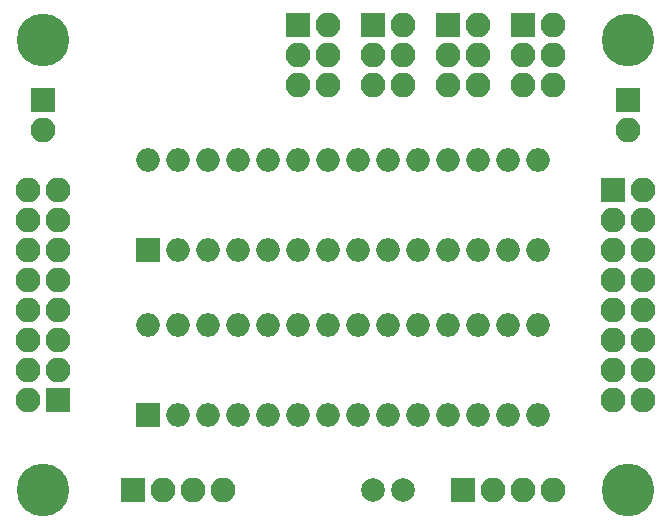
<source format=gts>
G04 #@! TF.FileFunction,Soldermask,Top*
%FSLAX46Y46*%
G04 Gerber Fmt 4.6, Leading zero omitted, Abs format (unit mm)*
G04 Created by KiCad (PCBNEW 4.0.7-e2-6376~58~ubuntu14.04.1) date Sat Apr 21 17:25:06 2018*
%MOMM*%
%LPD*%
G01*
G04 APERTURE LIST*
%ADD10C,0.100000*%
%ADD11R,2.100000X2.100000*%
%ADD12O,2.100000X2.100000*%
%ADD13R,2.000000X2.000000*%
%ADD14O,2.000000X2.000000*%
%ADD15C,4.464000*%
%ADD16C,2.000000*%
G04 APERTURE END LIST*
D10*
D11*
X226060000Y-139700000D03*
D12*
X228600000Y-139700000D03*
X226060000Y-142240000D03*
X228600000Y-142240000D03*
X226060000Y-144780000D03*
X228600000Y-144780000D03*
X226060000Y-147320000D03*
X228600000Y-147320000D03*
X226060000Y-149860000D03*
X228600000Y-149860000D03*
X226060000Y-152400000D03*
X228600000Y-152400000D03*
X226060000Y-154940000D03*
X228600000Y-154940000D03*
X226060000Y-157480000D03*
X228600000Y-157480000D03*
D13*
X186690000Y-158750000D03*
D14*
X219710000Y-151130000D03*
X189230000Y-158750000D03*
X217170000Y-151130000D03*
X191770000Y-158750000D03*
X214630000Y-151130000D03*
X194310000Y-158750000D03*
X212090000Y-151130000D03*
X196850000Y-158750000D03*
X209550000Y-151130000D03*
X199390000Y-158750000D03*
X207010000Y-151130000D03*
X201930000Y-158750000D03*
X204470000Y-151130000D03*
X204470000Y-158750000D03*
X201930000Y-151130000D03*
X207010000Y-158750000D03*
X199390000Y-151130000D03*
X209550000Y-158750000D03*
X196850000Y-151130000D03*
X212090000Y-158750000D03*
X194310000Y-151130000D03*
X214630000Y-158750000D03*
X191770000Y-151130000D03*
X217170000Y-158750000D03*
X189230000Y-151130000D03*
X219710000Y-158750000D03*
X186690000Y-151130000D03*
D11*
X205740000Y-125730000D03*
D12*
X208280000Y-125730000D03*
X205740000Y-128270000D03*
X208280000Y-128270000D03*
X205740000Y-130810000D03*
X208280000Y-130810000D03*
D11*
X177800000Y-132080000D03*
D12*
X177800000Y-134620000D03*
D15*
X177800000Y-127000000D03*
D11*
X199390000Y-125730000D03*
D12*
X201930000Y-125730000D03*
X199390000Y-128270000D03*
X201930000Y-128270000D03*
X199390000Y-130810000D03*
X201930000Y-130810000D03*
D15*
X227330000Y-165100000D03*
D11*
X213360000Y-165100000D03*
D12*
X215900000Y-165100000D03*
X218440000Y-165100000D03*
X220980000Y-165100000D03*
D13*
X186690000Y-144780000D03*
D14*
X219710000Y-137160000D03*
X189230000Y-144780000D03*
X217170000Y-137160000D03*
X191770000Y-144780000D03*
X214630000Y-137160000D03*
X194310000Y-144780000D03*
X212090000Y-137160000D03*
X196850000Y-144780000D03*
X209550000Y-137160000D03*
X199390000Y-144780000D03*
X207010000Y-137160000D03*
X201930000Y-144780000D03*
X204470000Y-137160000D03*
X204470000Y-144780000D03*
X201930000Y-137160000D03*
X207010000Y-144780000D03*
X199390000Y-137160000D03*
X209550000Y-144780000D03*
X196850000Y-137160000D03*
X212090000Y-144780000D03*
X194310000Y-137160000D03*
X214630000Y-144780000D03*
X191770000Y-137160000D03*
X217170000Y-144780000D03*
X189230000Y-137160000D03*
X219710000Y-144780000D03*
X186690000Y-137160000D03*
D16*
X208240000Y-165100000D03*
X205740000Y-165100000D03*
D15*
X227330000Y-127000000D03*
D11*
X218440000Y-125730000D03*
D12*
X220980000Y-125730000D03*
X218440000Y-128270000D03*
X220980000Y-128270000D03*
X218440000Y-130810000D03*
X220980000Y-130810000D03*
D11*
X212090000Y-125730000D03*
D12*
X214630000Y-125730000D03*
X212090000Y-128270000D03*
X214630000Y-128270000D03*
X212090000Y-130810000D03*
X214630000Y-130810000D03*
D11*
X227330000Y-132080000D03*
D12*
X227330000Y-134620000D03*
D11*
X185420000Y-165100000D03*
D12*
X187960000Y-165100000D03*
X190500000Y-165100000D03*
X193040000Y-165100000D03*
D11*
X179070000Y-157480000D03*
D12*
X176530000Y-157480000D03*
X179070000Y-154940000D03*
X176530000Y-154940000D03*
X179070000Y-152400000D03*
X176530000Y-152400000D03*
X179070000Y-149860000D03*
X176530000Y-149860000D03*
X179070000Y-147320000D03*
X176530000Y-147320000D03*
X179070000Y-144780000D03*
X176530000Y-144780000D03*
X179070000Y-142240000D03*
X176530000Y-142240000D03*
X179070000Y-139700000D03*
X176530000Y-139700000D03*
D15*
X177800000Y-165100000D03*
M02*

</source>
